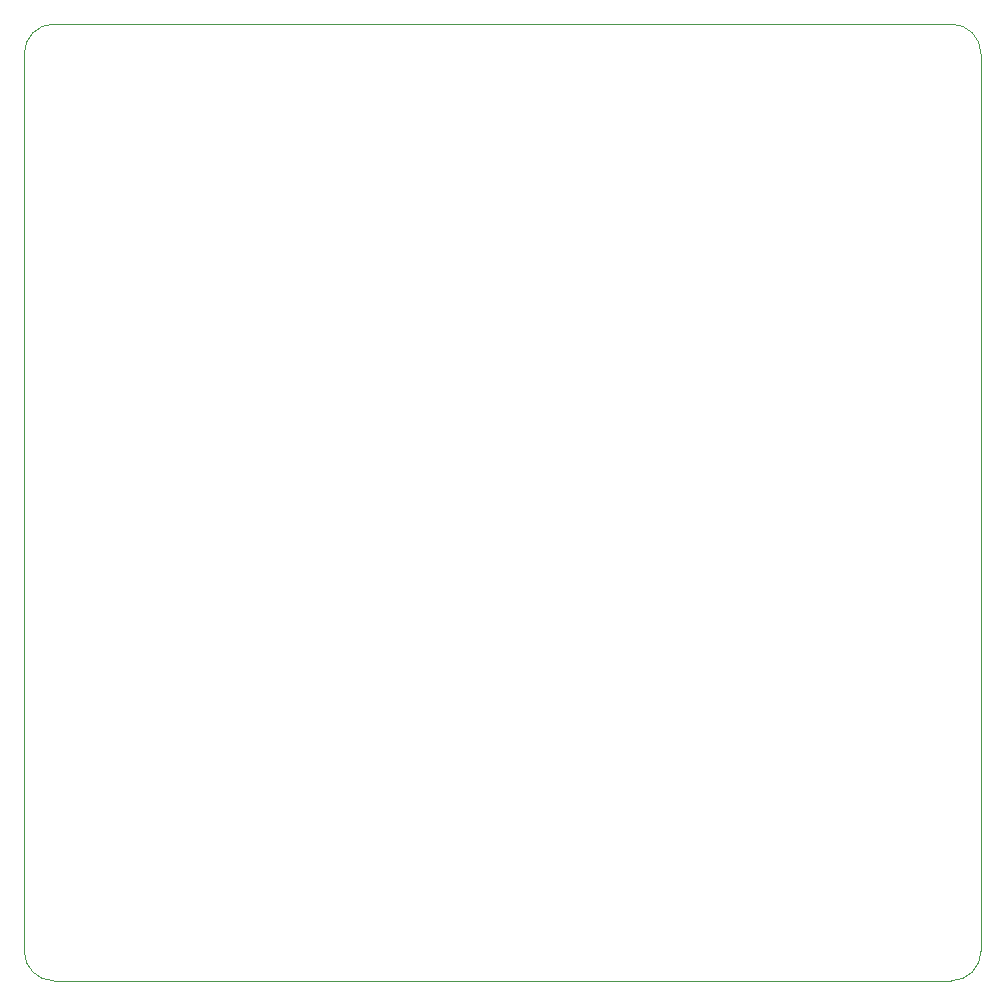
<source format=gbr>
%TF.GenerationSoftware,KiCad,Pcbnew,8.0.4*%
%TF.CreationDate,2024-12-25T17:02:42+05:30*%
%TF.ProjectId,BMS,424d532e-6b69-4636-9164-5f7063625858,rev?*%
%TF.SameCoordinates,Original*%
%TF.FileFunction,Profile,NP*%
%FSLAX46Y46*%
G04 Gerber Fmt 4.6, Leading zero omitted, Abs format (unit mm)*
G04 Created by KiCad (PCBNEW 8.0.4) date 2024-12-25 17:02:42*
%MOMM*%
%LPD*%
G01*
G04 APERTURE LIST*
%TA.AperFunction,Profile*%
%ADD10C,0.050000*%
%TD*%
G04 APERTURE END LIST*
D10*
X111200000Y-56000000D02*
G75*
G02*
X113700000Y-53500000I2500000J0D01*
G01*
X113700000Y-53500000D02*
X189700000Y-53500000D01*
X192200000Y-56000000D02*
X192200000Y-132000000D01*
X189700000Y-134500000D02*
X113700000Y-134500000D01*
X111200000Y-132000000D02*
X111200000Y-56000000D01*
X192200000Y-132000000D02*
G75*
G02*
X189700000Y-134500000I-2500000J0D01*
G01*
X113700000Y-134500000D02*
G75*
G02*
X111200000Y-132000000I0J2500000D01*
G01*
X189700000Y-53500000D02*
G75*
G02*
X192200000Y-56000000I0J-2500000D01*
G01*
M02*

</source>
